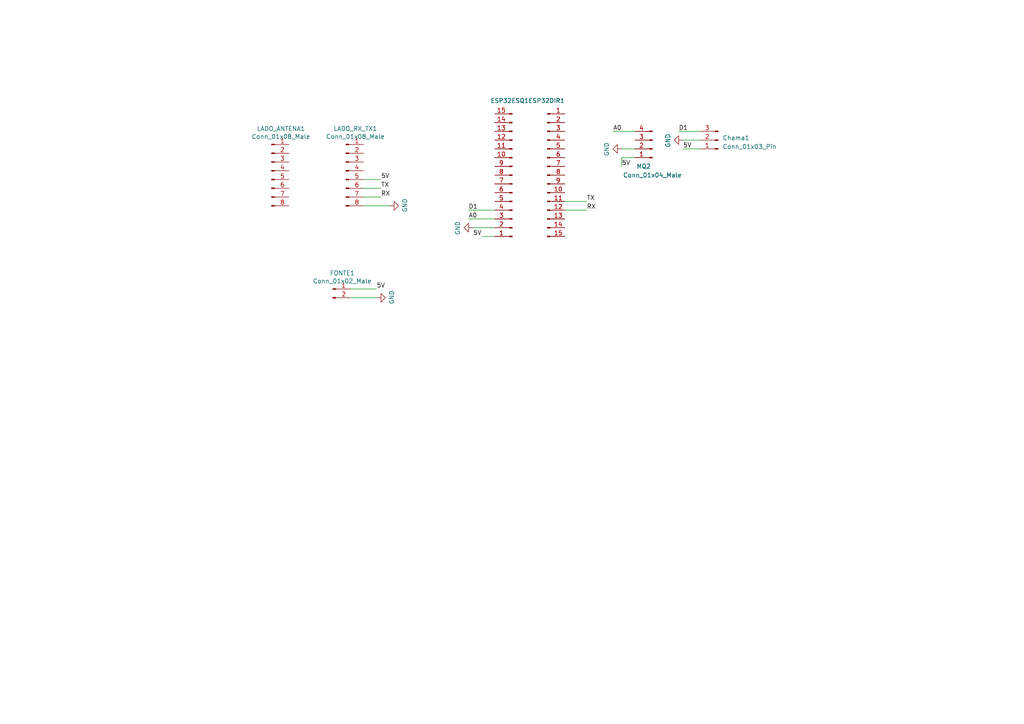
<source format=kicad_sch>
(kicad_sch (version 20230121) (generator eeschema)
  (paper "A4")
  (lib_symbols
    (symbol "Connector:Conn_01x02_Male" (pin_names (offset 1.016) hide)
      (property "Reference" "J" (at 0 2.54 0))
      (property "Value" "Conn_01x02_Male" (at 0 -5.08 0))
      (symbol "Conn_01x02_Male_1_1"
        (polyline (pts (xy 1.27 -2.54) (xy 0.8636 -2.54)) (stroke (width 0.1524)))
        (polyline (pts (xy 1.27 0) (xy 0.8636 0)) (stroke (width 0.1524)))
        (rectangle (start 0.8636 -2.413) (end 0 -2.667) (stroke (width 0.1524)) (fill (type outline)))
        (rectangle (start 0.8636 0.127) (end 0 -0.127) (stroke (width 0.1524)) (fill (type outline)))
        (pin passive line (at 5.08 0 180) (length 3.81) (name "Pin_1") (number "1"))
        (pin passive line (at 5.08 -2.54 180) (length 3.81) (name "Pin_2") (number "2"))
      )
    )
    (symbol "Connector:Conn_01x03_Pin" (pin_names (offset 1.016) hide)
      (property "Reference" "J" (at 0 5.08 0))
      (property "Value" "Conn_01x03_Pin" (at 0 -5.08 0))
      (symbol "Conn_01x03_Pin_1_1"
        (polyline (pts (xy 1.27 -2.54) (xy 0.8636 -2.54)) (stroke (width 0.1524)))
        (polyline (pts (xy 1.27 0) (xy 0.8636 0)) (stroke (width 0.1524)))
        (polyline (pts (xy 1.27 2.54) (xy 0.8636 2.54)) (stroke (width 0.1524)))
        (rectangle (start 0.8636 -2.413) (end 0 -2.667) (stroke (width 0.1524)) (fill (type outline)))
        (rectangle (start 0.8636 0.127) (end 0 -0.127) (stroke (width 0.1524)) (fill (type outline)))
        (rectangle (start 0.8636 2.667) (end 0 2.413) (stroke (width 0.1524)) (fill (type outline)))
        (pin passive line (at 5.08 2.54 180) (length 3.81) (name "Pin_1") (number "1"))
        (pin passive line (at 5.08 0 180) (length 3.81) (name "Pin_2") (number "2"))
        (pin passive line (at 5.08 -2.54 180) (length 3.81) (name "Pin_3") (number "3"))
      )
    )
    (symbol "Connector:Conn_01x04_Male" (pin_names (offset 1.016) hide)
      (property "Reference" "J" (at 0 5.08 0))
      (property "Value" "Conn_01x04_Male" (at 0 -7.62 0))
      (symbol "Conn_01x04_Male_1_1"
        (polyline (pts (xy 1.27 -5.08) (xy 0.8636 -5.08)) (stroke (width 0.1524)))
        (polyline (pts (xy 1.27 -2.54) (xy 0.8636 -2.54)) (stroke (width 0.1524)))
        (polyline (pts (xy 1.27 0) (xy 0.8636 0)) (stroke (width 0.1524)))
        (polyline (pts (xy 1.27 2.54) (xy 0.8636 2.54)) (stroke (width 0.1524)))
        (rectangle (start 0.8636 -4.953) (end 0 -5.207) (stroke (width 0.1524)) (fill (type outline)))
        (rectangle (start 0.8636 -2.413) (end 0 -2.667) (stroke (width 0.1524)) (fill (type outline)))
        (rectangle (start 0.8636 0.127) (end 0 -0.127) (stroke (width 0.1524)) (fill (type outline)))
        (rectangle (start 0.8636 2.667) (end 0 2.413) (stroke (width 0.1524)) (fill (type outline)))
        (pin passive line (at 5.08 2.54 180) (length 3.81) (name "Pin_1") (number "1"))
        (pin passive line (at 5.08 0 180) (length 3.81) (name "Pin_2") (number "2"))
        (pin passive line (at 5.08 -2.54 180) (length 3.81) (name "Pin_3") (number "3"))
        (pin passive line (at 5.08 -5.08 180) (length 3.81) (name "Pin_4") (number "4"))
      )
    )
    (symbol "Connector:Conn_01x08_Male" (pin_names (offset 1.016) hide)
      (property "Reference" "J" (at 0 10.16 0))
      (property "Value" "Conn_01x08_Male" (at 0 -12.7 0))
      (symbol "Conn_01x08_Male_1_1"
        (polyline (pts (xy 1.27 -10.16) (xy 0.8636 -10.16)) (stroke (width 0.1524)))
        (polyline (pts (xy 1.27 -7.62) (xy 0.8636 -7.62)) (stroke (width 0.1524)))
        (polyline (pts (xy 1.27 -5.08) (xy 0.8636 -5.08)) (stroke (width 0.1524)))
        (polyline (pts (xy 1.27 -2.54) (xy 0.8636 -2.54)) (stroke (width 0.1524)))
        (polyline (pts (xy 1.27 0) (xy 0.8636 0)) (stroke (width 0.1524)))
        (polyline (pts (xy 1.27 2.54) (xy 0.8636 2.54)) (stroke (width 0.1524)))
        (polyline (pts (xy 1.27 5.08) (xy 0.8636 5.08)) (stroke (width 0.1524)))
        (polyline (pts (xy 1.27 7.62) (xy 0.8636 7.62)) (stroke (width 0.1524)))
        (rectangle (start 0.8636 -10.033) (end 0 -10.287) (stroke (width 0.1524)) (fill (type outline)))
        (rectangle (start 0.8636 -7.493) (end 0 -7.747) (stroke (width 0.1524)) (fill (type outline)))
        (rectangle (start 0.8636 -4.953) (end 0 -5.207) (stroke (width 0.1524)) (fill (type outline)))
        (rectangle (start 0.8636 -2.413) (end 0 -2.667) (stroke (width 0.1524)) (fill (type outline)))
        (rectangle (start 0.8636 0.127) (end 0 -0.127) (stroke (width 0.1524)) (fill (type outline)))
        (rectangle (start 0.8636 2.667) (end 0 2.413) (stroke (width 0.1524)) (fill (type outline)))
        (rectangle (start 0.8636 5.207) (end 0 4.953) (stroke (width 0.1524)) (fill (type outline)))
        (rectangle (start 0.8636 7.747) (end 0 7.493) (stroke (width 0.1524)) (fill (type outline)))
        (pin passive line (at 5.08 7.62 180) (length 3.81) (name "Pin_1") (number "1"))
        (pin passive line (at 5.08 5.08 180) (length 3.81) (name "Pin_2") (number "2"))
        (pin passive line (at 5.08 2.54 180) (length 3.81) (name "Pin_3") (number "3"))
        (pin passive line (at 5.08 0 180) (length 3.81) (name "Pin_4") (number "4"))
        (pin passive line (at 5.08 -2.54 180) (length 3.81) (name "Pin_5") (number "5"))
        (pin passive line (at 5.08 -5.08 180) (length 3.81) (name "Pin_6") (number "6"))
        (pin passive line (at 5.08 -7.62 180) (length 3.81) (name "Pin_7") (number "7"))
        (pin passive line (at 5.08 -10.16 180) (length 3.81) (name "Pin_8") (number "8"))
      )
    )
    (symbol "Connector:Conn_01x15_Pin" (pin_names (offset 1.016) hide)
      (property "Reference" "J" (at 0 20.32 0))
      (property "Value" "Conn_01x15_Pin" (at 0 -20.32 0))
      (symbol "Conn_01x15_Pin_1_1"
        (polyline (pts (xy 1.27 -17.78) (xy 0.8636 -17.78)) (stroke (width 0.1524)))
        (polyline (pts (xy 1.27 -15.24) (xy 0.8636 -15.24)) (stroke (width 0.1524)))
        (polyline (pts (xy 1.27 -12.7) (xy 0.8636 -12.7)) (stroke (width 0.1524)))
        (polyline (pts (xy 1.27 -10.16) (xy 0.8636 -10.16)) (stroke (width 0.1524)))
        (polyline (pts (xy 1.27 -7.62) (xy 0.8636 -7.62)) (stroke (width 0.1524)))
        (polyline (pts (xy 1.27 -5.08) (xy 0.8636 -5.08)) (stroke (width 0.1524)))
        (polyline (pts (xy 1.27 -2.54) (xy 0.8636 -2.54)) (stroke (width 0.1524)))
        (polyline (pts (xy 1.27 0) (xy 0.8636 0)) (stroke (width 0.1524)))
        (polyline (pts (xy 1.27 2.54) (xy 0.8636 2.54)) (stroke (width 0.1524)))
        (polyline (pts (xy 1.27 5.08) (xy 0.8636 5.08)) (stroke (width 0.1524)))
        (polyline (pts (xy 1.27 7.62) (xy 0.8636 7.62)) (stroke (width 0.1524)))
        (polyline (pts (xy 1.27 10.16) (xy 0.8636 10.16)) (stroke (width 0.1524)))
        (polyline (pts (xy 1.27 12.7) (xy 0.8636 12.7)) (stroke (width 0.1524)))
        (polyline (pts (xy 1.27 15.24) (xy 0.8636 15.24)) (stroke (width 0.1524)))
        (polyline (pts (xy 1.27 17.78) (xy 0.8636 17.78)) (stroke (width 0.1524)))
        (rectangle (start 0.8636 -17.653) (end 0 -17.907) (stroke (width 0.1524)) (fill (type outline)))
        (rectangle (start 0.8636 -15.113) (end 0 -15.367) (stroke (width 0.1524)) (fill (type outline)))
        (rectangle (start 0.8636 -12.573) (end 0 -12.827) (stroke (width 0.1524)) (fill (type outline)))
        (rectangle (start 0.8636 -10.033) (end 0 -10.287) (stroke (width 0.1524)) (fill (type outline)))
        (rectangle (start 0.8636 -7.493) (end 0 -7.747) (stroke (width 0.1524)) (fill (type outline)))
        (rectangle (start 0.8636 -4.953) (end 0 -5.207) (stroke (width 0.1524)) (fill (type outline)))
        (rectangle (start 0.8636 -2.413) (end 0 -2.667) (stroke (width 0.1524)) (fill (type outline)))
        (rectangle (start 0.8636 0.127) (end 0 -0.127) (stroke (width 0.1524)) (fill (type outline)))
        (rectangle (start 0.8636 2.667) (end 0 2.413) (stroke (width 0.1524)) (fill (type outline)))
        (rectangle (start 0.8636 5.207) (end 0 4.953) (stroke (width 0.1524)) (fill (type outline)))
        (rectangle (start 0.8636 7.747) (end 0 7.493) (stroke (width 0.1524)) (fill (type outline)))
        (rectangle (start 0.8636 10.287) (end 0 10.033) (stroke (width 0.1524)) (fill (type outline)))
        (rectangle (start 0.8636 12.827) (end 0 12.573) (stroke (width 0.1524)) (fill (type outline)))
        (rectangle (start 0.8636 15.367) (end 0 15.113) (stroke (width 0.1524)) (fill (type outline)))
        (rectangle (start 0.8636 17.907) (end 0 17.653) (stroke (width 0.1524)) (fill (type outline)))
        (pin passive line (at 5.08 17.78 180) (length 3.81) (name "Pin_1") (number "1"))
        (pin passive line (at 5.08 -5.08 180) (length 3.81) (name "Pin_10") (number "10"))
        (pin passive line (at 5.08 -7.62 180) (length 3.81) (name "Pin_11") (number "11"))
        (pin passive line (at 5.08 -10.16 180) (length 3.81) (name "Pin_12") (number "12"))
        (pin passive line (at 5.08 -12.7 180) (length 3.81) (name "Pin_13") (number "13"))
        (pin passive line (at 5.08 -15.24 180) (length 3.81) (name "Pin_14") (number "14"))
        (pin passive line (at 5.08 -17.78 180) (length 3.81) (name "Pin_15") (number "15"))
        (pin passive line (at 5.08 15.24 180) (length 3.81) (name "Pin_2") (number "2"))
        (pin passive line (at 5.08 12.7 180) (length 3.81) (name "Pin_3") (number "3"))
        (pin passive line (at 5.08 10.16 180) (length 3.81) (name "Pin_4") (number "4"))
        (pin passive line (at 5.08 7.62 180) (length 3.81) (name "Pin_5") (number "5"))
        (pin passive line (at 5.08 5.08 180) (length 3.81) (name "Pin_6") (number "6"))
        (pin passive line (at 5.08 2.54 180) (length 3.81) (name "Pin_7") (number "7"))
        (pin passive line (at 5.08 0 180) (length 3.81) (name "Pin_8") (number "8"))
        (pin passive line (at 5.08 -2.54 180) (length 3.81) (name "Pin_9") (number "9"))
      )
    )
    (symbol "power:GND" (power) (pin_names (offset 0))
      (property "Value" "GND" (at 0 -3.81 0))
      (symbol "GND_0_1"
        (polyline (pts (xy 0 0) (xy 0 -1.27) (xy 1.27 -1.27) (xy 0 -2.54) (xy -1.27 -1.27) (xy 0 -1.27)))
      )
      (symbol "GND_1_1"
        (pin power_in line (at 0 0 270) (length 0) hide (name "GND") (number "1"))
      )
    )
  )
  (wire (pts (xy 184.15 45.72) (xy 180.34 45.72)))
  (wire (pts (xy 196.85 38.1) (xy 203.2 38.1)))
  (wire (pts (xy 135.89 63.5) (xy 143.51 63.5)))
  (wire (pts (xy 101.6 86.36) (xy 109.22 86.36)))
  (wire (pts (xy 105.41 52.07) (xy 110.49 52.07)))
  (wire (pts (xy 163.83 60.96) (xy 170.18 60.96)))
  (wire (pts (xy 105.41 57.15) (xy 110.49 57.15)))
  (wire (pts (xy 143.51 66.04) (xy 137.16 66.04)))
  (wire (pts (xy 198.12 43.18) (xy 203.2 43.18)))
  (wire (pts (xy 135.89 60.96) (xy 143.51 60.96)))
  (wire (pts (xy 105.41 59.69) (xy 113.03 59.69)))
  (wire (pts (xy 180.34 43.18) (xy 184.15 43.18)))
  (wire (pts (xy 184.15 38.1) (xy 177.8 38.1)))
  (wire (pts (xy 163.83 58.42) (xy 170.18 58.42)))
  (wire (pts (xy 180.34 45.72) (xy 180.34 48.26)))
  (wire (pts (xy 105.41 54.61) (xy 110.49 54.61)))
  (wire (pts (xy 101.6 83.82) (xy 109.22 83.82)))
  (wire (pts (xy 203.2 40.64) (xy 198.12 40.64)))
  (wire (pts (xy 143.51 68.58) (xy 139.7 68.58)))
  (label "TX" (at 170.18 58.42 0))
  (label "RX" (at 170.18 60.96 0))
  (label "A0" (at 135.89 63.5 0))
  (label "5V" (at 198.12 43.18 0))
  (label "5V" (at 180.34 48.26 0))
  (label "D1" (at 196.85 38.1 0))
  (label "D1" (at 135.89 60.96 0))
  (label "TX" (at 110.49 54.61 0))
  (label "A0" (at 177.8 38.1 0))
  (label "5V" (at 109.22 83.82 0))
  (label "5V" (at 139.7 68.58 180))
  (label "RX" (at 110.49 57.15 0))
  (label "5V" (at 110.49 52.07 0))
  (symbol (lib_id "Connector:Conn_01x15_Pin") (at 148.59 50.8 180) (unit 1)
    (property "Reference" "ESP32ESQ1" (at 142.24 29.21 0) (effects (justify right)))
    (property "Value" "Conn_01x15_Pin" (effects hide))
    (property "Footprint" "Connector_PinSocket_2.54mm:PinSocket_1x15_P2.54mm_Vertical" (effects hide))
  )
  (symbol (lib_id "Connector:Conn_01x02_Male") (at 96.52 83.82 0) (unit 1)
    (property "Reference" "FONTE1" (at 99.2632 79.2226 0))
    (property "Value" "Conn_01x02_Male" (at 99.2632 81.534 0))
    (property "Footprint" "TerminalBlock:TerminalBlock_bornier-2_P5.08mm" (effects hide))
  )
  (symbol (lib_id "power:GND") (at 109.22 86.36 90) (unit 1)
    (property "Reference" "#PWR01" (effects hide))
    (property "Value" "GND" (at 113.6142 86.233 0))
  )
  (symbol (lib_id "Connector:Conn_01x15_Pin") (at 158.75 50.8 0) (unit 1)
    (property "Reference" "ESP32DIR1" (at 163.83 29.21 0) (effects (justify right)))
    (property "Value" "Conn_01x15_Pin" (effects hide))
    (property "Footprint" "Connector_PinSocket_2.54mm:PinSocket_1x15_P2.54mm_Vertical" (effects hide))
  )
  (symbol (lib_id "power:GND") (at 198.12 40.64 270) (unit 1)
    (property "Reference" "#PWR07" (effects hide))
    (property "Value" "GND" (at 193.7258 40.767 0))
  )
  (symbol (lib_id "power:GND") (at 180.34 43.18 270) (unit 1)
    (property "Reference" "#PWR06" (effects hide))
    (property "Value" "GND" (at 175.9458 43.307 0))
  )
  (symbol (lib_id "Connector:Conn_01x08_Male") (at 78.74 49.53 0) (unit 1)
    (property "Reference" "LADO_ANTENA1" (at 81.4832 37.3126 0))
    (property "Value" "Conn_01x08_Male" (at 81.4832 39.624 0))
    (property "Footprint" "Connector_PinSocket_2.54mm:PinSocket_1x08_P2.54mm_Vertical" (effects hide))
  )
  (symbol (lib_id "power:GND") (at 137.16 66.04 270) (unit 1)
    (property "Reference" "#PWR04" (effects hide))
    (property "Value" "GND" (at 132.7658 66.167 0))
  )
  (symbol (lib_id "Connector:Conn_01x03_Pin") (at 208.28 40.64 180) (unit 1)
    (property "Reference" "Chama1" (at 209.55 40.005 0) (effects (justify right)))
    (property "Value" "Conn_01x03_Pin" (at 209.55 42.545 0) (effects (justify right)))
    (property "Footprint" "Connector_PinSocket_2.54mm:PinSocket_1x03_P2.54mm_Vertical" (effects hide))
  )
  (symbol (lib_id "power:GND") (at 113.03 59.69 90) (unit 1)
    (property "Reference" "#PWR02" (effects hide))
    (property "Value" "GND" (at 117.4242 59.563 0))
  )
  (symbol (lib_id "Connector:Conn_01x04_Male") (at 189.23 43.18 180) (unit 1)
    (property "Reference" "MQ2" (at 186.69 48.26 0))
    (property "Value" "Conn_01x04_Male" (at 189.23 50.8 0))
    (property "Footprint" "Connector_PinSocket_2.54mm:PinSocket_1x04_P2.54mm_Vertical" (effects hide))
  )
  (symbol (lib_id "Connector:Conn_01x08_Male") (at 100.33 49.53 0) (unit 1)
    (property "Reference" "LADO_RX_TX1" (at 103.0732 37.3126 0))
    (property "Value" "Conn_01x08_Male" (at 103.0732 39.624 0))
    (property "Footprint" "Connector_PinSocket_2.54mm:PinSocket_1x08_P2.54mm_Vertical" (effects hide))
  )
)
</source>
